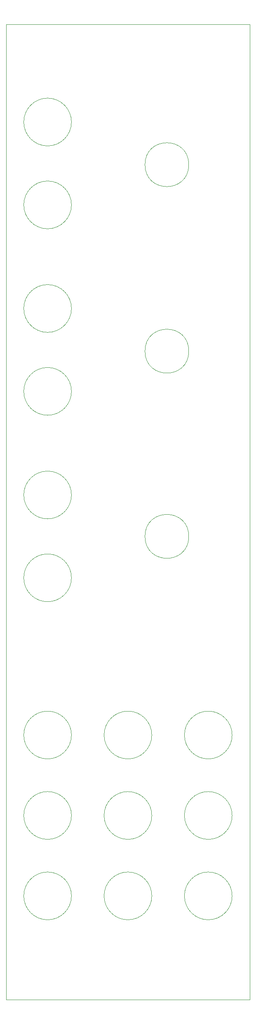
<source format=gm1>
%TF.GenerationSoftware,KiCad,Pcbnew,9.0.0*%
%TF.CreationDate,2025-03-15T22:48:14+01:00*%
%TF.ProjectId,DMH_Multiverter_Mk2_PANEL,444d485f-4d75-46c7-9469-766572746572,rev?*%
%TF.SameCoordinates,Original*%
%TF.FileFunction,Profile,NP*%
%FSLAX46Y46*%
G04 Gerber Fmt 4.6, Leading zero omitted, Abs format (unit mm)*
G04 Created by KiCad (PCBNEW 9.0.0) date 2025-03-15 22:48:14*
%MOMM*%
%LPD*%
G01*
G04 APERTURE LIST*
%TA.AperFunction,Profile*%
%ADD10C,0.050000*%
%TD*%
G04 APERTURE END LIST*
D10*
X50000000Y-30000000D02*
X100000000Y-30000000D01*
X100000000Y-230000000D01*
X50000000Y-230000000D01*
X50000000Y-30000000D01*
%TO.C,H23*%
X63400000Y-192250000D02*
G75*
G02*
X53600000Y-192250000I-4900000J0D01*
G01*
X53600000Y-192250000D02*
G75*
G02*
X63400000Y-192250000I4900000J0D01*
G01*
%TO.C,H27*%
X79900000Y-208750000D02*
G75*
G02*
X70100000Y-208750000I-4900000J0D01*
G01*
X70100000Y-208750000D02*
G75*
G02*
X79900000Y-208750000I4900000J0D01*
G01*
%TO.C,H12*%
X63400000Y-143500000D02*
G75*
G02*
X53600000Y-143500000I-4900000J0D01*
G01*
X53600000Y-143500000D02*
G75*
G02*
X63400000Y-143500000I4900000J0D01*
G01*
%TO.C,H5*%
X63400000Y-50000000D02*
G75*
G02*
X53600000Y-50000000I-4900000J0D01*
G01*
X53600000Y-50000000D02*
G75*
G02*
X63400000Y-50000000I4900000J0D01*
G01*
%TO.C,H22*%
X96400000Y-175750000D02*
G75*
G02*
X86600000Y-175750000I-4900000J0D01*
G01*
X86600000Y-175750000D02*
G75*
G02*
X96400000Y-175750000I4900000J0D01*
G01*
%TO.C,H24*%
X79900000Y-192250000D02*
G75*
G02*
X70100000Y-192250000I-4900000J0D01*
G01*
X70100000Y-192250000D02*
G75*
G02*
X79900000Y-192250000I4900000J0D01*
G01*
%TO.C,H8*%
X63400000Y-88250000D02*
G75*
G02*
X53600000Y-88250000I-4900000J0D01*
G01*
X53600000Y-88250000D02*
G75*
G02*
X63400000Y-88250000I4900000J0D01*
G01*
%TO.C,H26*%
X63400000Y-208750000D02*
G75*
G02*
X53600000Y-208750000I-4900000J0D01*
G01*
X53600000Y-208750000D02*
G75*
G02*
X63400000Y-208750000I4900000J0D01*
G01*
%TO.C,H10*%
X87500000Y-97000000D02*
G75*
G02*
X78500000Y-97000000I-4500000J0D01*
G01*
X78500000Y-97000000D02*
G75*
G02*
X87500000Y-97000000I4500000J0D01*
G01*
%TO.C,H28*%
X96400000Y-208750000D02*
G75*
G02*
X86600000Y-208750000I-4900000J0D01*
G01*
X86600000Y-208750000D02*
G75*
G02*
X96400000Y-208750000I4900000J0D01*
G01*
%TO.C,H21*%
X79900000Y-175750000D02*
G75*
G02*
X70100000Y-175750000I-4900000J0D01*
G01*
X70100000Y-175750000D02*
G75*
G02*
X79900000Y-175750000I4900000J0D01*
G01*
%TO.C,H25*%
X96400000Y-192250000D02*
G75*
G02*
X86600000Y-192250000I-4900000J0D01*
G01*
X86600000Y-192250000D02*
G75*
G02*
X96400000Y-192250000I4900000J0D01*
G01*
%TO.C,H11*%
X63400000Y-126500000D02*
G75*
G02*
X53600000Y-126500000I-4900000J0D01*
G01*
X53600000Y-126500000D02*
G75*
G02*
X63400000Y-126500000I4900000J0D01*
G01*
%TO.C,H9*%
X63400000Y-105250000D02*
G75*
G02*
X53600000Y-105250000I-4900000J0D01*
G01*
X53600000Y-105250000D02*
G75*
G02*
X63400000Y-105250000I4900000J0D01*
G01*
%TO.C,H7*%
X87500000Y-58750000D02*
G75*
G02*
X78500000Y-58750000I-4500000J0D01*
G01*
X78500000Y-58750000D02*
G75*
G02*
X87500000Y-58750000I4500000J0D01*
G01*
%TO.C,H20*%
X63400000Y-175750000D02*
G75*
G02*
X53600000Y-175750000I-4900000J0D01*
G01*
X53600000Y-175750000D02*
G75*
G02*
X63400000Y-175750000I4900000J0D01*
G01*
%TO.C,H6*%
X63400000Y-67000000D02*
G75*
G02*
X53600000Y-67000000I-4900000J0D01*
G01*
X53600000Y-67000000D02*
G75*
G02*
X63400000Y-67000000I4900000J0D01*
G01*
%TO.C,H13*%
X87500000Y-135000000D02*
G75*
G02*
X78500000Y-135000000I-4500000J0D01*
G01*
X78500000Y-135000000D02*
G75*
G02*
X87500000Y-135000000I4500000J0D01*
G01*
%TD*%
M02*

</source>
